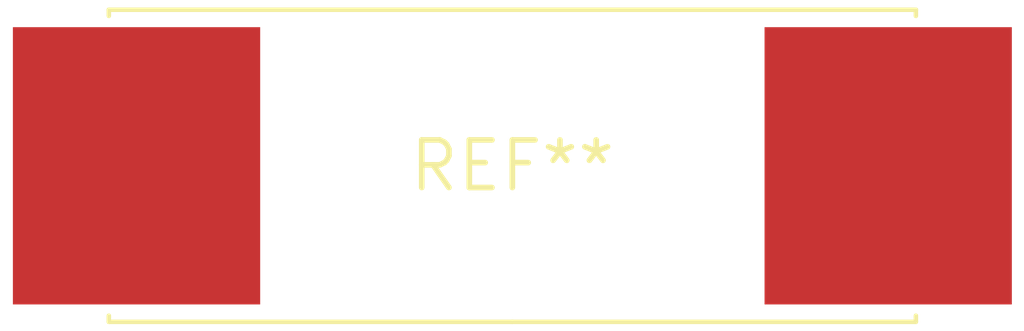
<source format=kicad_pcb>
(kicad_pcb (version 20240108) (generator pcbnew)
  (layers (0 "F.Cu" signal) (31 "B.Cu" signal) (34 "B.Paste" user) (35 "F.Paste" user) (36 "B.SilkS" user "B.Silkscreen") (37 "F.SilkS" user "F.Silkscreen") (38 "B.Mask" user) (39 "F.Mask" user) (44 "Edge.Cuts" user))
  (net 0 "")
  (footprint "L_Vishay_IHSM-7832" (layer "F.Cu") (at 0 0)
    (property "Reference" "REF**")
    (property "Value" "L_Vishay_IHSM-7832")
    (fp_line (start -10.77 -4.165) (end 0 -4.165) (layer "F.SilkS") (stroke (width 0.12)))
    (fp_line (start -10.77 -4) (end -10.77 -4.165) (layer "F.SilkS") (stroke (width 0.12)))
    (fp_line (start -10.77 4) (end -10.77 4.165) (layer "F.SilkS") (stroke (width 0.12)))
    (fp_line (start -10.77 4.165) (end 0 4.165) (layer "F.SilkS") (stroke (width 0.12)))
    (fp_line (start 10.77 -4.165) (end 0 -4.165) (layer "F.SilkS") (stroke (width 0.12)))
    (fp_line (start 10.77 -4) (end 10.77 -4.165) (layer "F.SilkS") (stroke (width 0.12)))
    (fp_line (start 10.77 4) (end 10.77 4.165) (layer "F.SilkS") (stroke (width 0.12)))
    (fp_line (start 10.77 4.165) (end 0 4.165) (layer "F.SilkS") (stroke (width 0.12)))
    (pad "1" smd rect (at -10.031 0) (size 6.6 7.4) (layers "F.Cu" "F.Paste" "F.Mask"))
    (pad "2" smd rect (at 10.031 0) (size 6.6 7.4) (layers "F.Cu" "F.Paste" "F.Mask"))
  )
)
</source>
